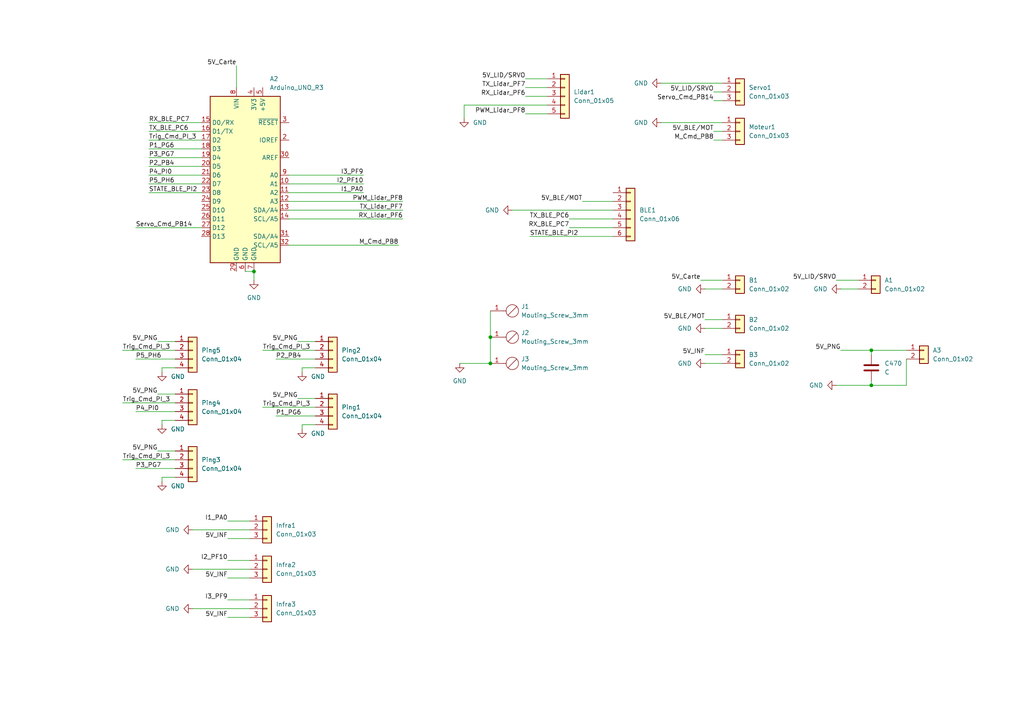
<source format=kicad_sch>
(kicad_sch (version 20211123) (generator eeschema)
  (paper "A4")
  (lib_symbols
    (symbol "Connector_Generic:Conn_01x02" (pin_names (offset 1.016) hide)
      (property "Reference" "J" (at 0 2.54 0))
      (property "Value" "Conn_01x02" (at 0 -5.08 0))
      (symbol "Conn_01x02_1_1"
        (rectangle (start -1.27 -2.413) (end 0 -2.667) (stroke (width 0.1524)))
        (rectangle (start -1.27 0.127) (end 0 -0.127) (stroke (width 0.1524)))
        (rectangle (start -1.27 1.27) (end 1.27 -3.81) (stroke (width 0.254)) (fill (type background)))
        (pin passive line (at -5.08 0 0) (length 3.81) (name "Pin_1") (number "1"))
        (pin passive line (at -5.08 -2.54 0) (length 3.81) (name "Pin_2") (number "2"))
      )
    )
    (symbol "Connector_Generic:Conn_01x03" (pin_names (offset 1.016) hide)
      (property "Reference" "J" (at 0 5.08 0))
      (property "Value" "Conn_01x03" (at 0 -5.08 0))
      (symbol "Conn_01x03_1_1"
        (rectangle (start -1.27 -2.413) (end 0 -2.667) (stroke (width 0.1524)))
        (rectangle (start -1.27 0.127) (end 0 -0.127) (stroke (width 0.1524)))
        (rectangle (start -1.27 2.667) (end 0 2.413) (stroke (width 0.1524)))
        (rectangle (start -1.27 3.81) (end 1.27 -3.81) (stroke (width 0.254)) (fill (type background)))
        (pin passive line (at -5.08 2.54 0) (length 3.81) (name "Pin_1") (number "1"))
        (pin passive line (at -5.08 0 0) (length 3.81) (name "Pin_2") (number "2"))
        (pin passive line (at -5.08 -2.54 0) (length 3.81) (name "Pin_3") (number "3"))
      )
    )
    (symbol "Connector_Generic:Conn_01x04" (pin_names (offset 1.016) hide)
      (property "Reference" "J" (at 0 5.08 0))
      (property "Value" "Conn_01x04" (at 0 -7.62 0))
      (symbol "Conn_01x04_1_1"
        (rectangle (start -1.27 -4.953) (end 0 -5.207) (stroke (width 0.1524)))
        (rectangle (start -1.27 -2.413) (end 0 -2.667) (stroke (width 0.1524)))
        (rectangle (start -1.27 0.127) (end 0 -0.127) (stroke (width 0.1524)))
        (rectangle (start -1.27 2.667) (end 0 2.413) (stroke (width 0.1524)))
        (rectangle (start -1.27 3.81) (end 1.27 -6.35) (stroke (width 0.254)) (fill (type background)))
        (pin passive line (at -5.08 2.54 0) (length 3.81) (name "Pin_1") (number "1"))
        (pin passive line (at -5.08 0 0) (length 3.81) (name "Pin_2") (number "2"))
        (pin passive line (at -5.08 -2.54 0) (length 3.81) (name "Pin_3") (number "3"))
        (pin passive line (at -5.08 -5.08 0) (length 3.81) (name "Pin_4") (number "4"))
      )
    )
    (symbol "Connector_Generic:Conn_01x05" (pin_names (offset 1.016) hide)
      (property "Reference" "J" (at 0 7.62 0))
      (property "Value" "Conn_01x05" (at 0 -7.62 0))
      (symbol "Conn_01x05_1_1"
        (rectangle (start -1.27 -4.953) (end 0 -5.207) (stroke (width 0.1524)))
        (rectangle (start -1.27 -2.413) (end 0 -2.667) (stroke (width 0.1524)))
        (rectangle (start -1.27 0.127) (end 0 -0.127) (stroke (width 0.1524)))
        (rectangle (start -1.27 2.667) (end 0 2.413) (stroke (width 0.1524)))
        (rectangle (start -1.27 5.207) (end 0 4.953) (stroke (width 0.1524)))
        (rectangle (start -1.27 6.35) (end 1.27 -6.35) (stroke (width 0.254)) (fill (type background)))
        (pin passive line (at -5.08 5.08 0) (length 3.81) (name "Pin_1") (number "1"))
        (pin passive line (at -5.08 2.54 0) (length 3.81) (name "Pin_2") (number "2"))
        (pin passive line (at -5.08 0 0) (length 3.81) (name "Pin_3") (number "3"))
        (pin passive line (at -5.08 -2.54 0) (length 3.81) (name "Pin_4") (number "4"))
        (pin passive line (at -5.08 -5.08 0) (length 3.81) (name "Pin_5") (number "5"))
      )
    )
    (symbol "Connector_Generic:Conn_01x06" (pin_names (offset 1.016) hide)
      (property "Reference" "J" (at 0 7.62 0))
      (property "Value" "Conn_01x06" (at 0 -10.16 0))
      (symbol "Conn_01x06_1_1"
        (rectangle (start -1.27 -7.493) (end 0 -7.747) (stroke (width 0.1524)))
        (rectangle (start -1.27 -4.953) (end 0 -5.207) (stroke (width 0.1524)))
        (rectangle (start -1.27 -2.413) (end 0 -2.667) (stroke (width 0.1524)))
        (rectangle (start -1.27 0.127) (end 0 -0.127) (stroke (width 0.1524)))
        (rectangle (start -1.27 2.667) (end 0 2.413) (stroke (width 0.1524)))
        (rectangle (start -1.27 5.207) (end 0 4.953) (stroke (width 0.1524)))
        (rectangle (start -1.27 6.35) (end 1.27 -8.89) (stroke (width 0.254)) (fill (type background)))
        (pin passive line (at -5.08 5.08 0) (length 3.81) (name "Pin_1") (number "1"))
        (pin passive line (at -5.08 2.54 0) (length 3.81) (name "Pin_2") (number "2"))
        (pin passive line (at -5.08 0 0) (length 3.81) (name "Pin_3") (number "3"))
        (pin passive line (at -5.08 -2.54 0) (length 3.81) (name "Pin_4") (number "4"))
        (pin passive line (at -5.08 -5.08 0) (length 3.81) (name "Pin_5") (number "5"))
        (pin passive line (at -5.08 -7.62 0) (length 3.81) (name "Pin_6") (number "6"))
      )
    )
    (symbol "MCU_Module:Arduino_UNO_R3"
      (property "Reference" "A" (at -10.16 23.495 0))
      (property "Value" "Arduino_UNO_R3" (at 5.08 -26.67 0))
      (symbol "Arduino_UNO_R3_0_1"
        (rectangle (start -10.16 22.86) (end 10.16 -25.4) (stroke (width 0.254)) (fill (type background)))
      )
      (symbol "Arduino_UNO_R3_1_1"
        (pin no_connect line (at -10.16 -20.32 0) (length 2.54) hide (name "NC") (number "1"))
        (pin bidirectional line (at 12.7 -2.54 180) (length 2.54) (name "A1") (number "10"))
        (pin bidirectional line (at 12.7 -5.08 180) (length 2.54) (name "A2") (number "11"))
        (pin bidirectional line (at 12.7 -7.62 180) (length 2.54) (name "A3") (number "12"))
        (pin bidirectional line (at 12.7 -10.16 180) (length 2.54) (name "SDA/A4") (number "13"))
        (pin bidirectional line (at 12.7 -12.7 180) (length 2.54) (name "SCL/A5") (number "14"))
        (pin bidirectional line (at -12.7 15.24 0) (length 2.54) (name "D0/RX") (number "15"))
        (pin bidirectional line (at -12.7 12.7 0) (length 2.54) (name "D1/TX") (number "16"))
        (pin bidirectional line (at -12.7 10.16 0) (length 2.54) (name "D2") (number "17"))
        (pin bidirectional line (at -12.7 7.62 0) (length 2.54) (name "D3") (number "18"))
        (pin bidirectional line (at -12.7 5.08 0) (length 2.54) (name "D4") (number "19"))
        (pin output line (at 12.7 10.16 180) (length 2.54) (name "IOREF") (number "2"))
        (pin bidirectional line (at -12.7 2.54 0) (length 2.54) (name "D5") (number "20"))
        (pin bidirectional line (at -12.7 0 0) (length 2.54) (name "D6") (number "21"))
        (pin bidirectional line (at -12.7 -2.54 0) (length 2.54) (name "D7") (number "22"))
        (pin bidirectional line (at -12.7 -5.08 0) (length 2.54) (name "D8") (number "23"))
        (pin bidirectional line (at -12.7 -7.62 0) (length 2.54) (name "D9") (number "24"))
        (pin bidirectional line (at -12.7 -10.16 0) (length 2.54) (name "D10") (number "25"))
        (pin bidirectional line (at -12.7 -12.7 0) (length 2.54) (name "D11") (number "26"))
        (pin bidirectional line (at -12.7 -15.24 0) (length 2.54) (name "D12") (number "27"))
        (pin bidirectional line (at -12.7 -17.78 0) (length 2.54) (name "D13") (number "28"))
        (pin power_in line (at -2.54 -27.94 90) (length 2.54) (name "GND") (number "29"))
        (pin input line (at 12.7 15.24 180) (length 2.54) (name "~{RESET}") (number "3"))
        (pin input line (at 12.7 5.08 180) (length 2.54) (name "AREF") (number "30"))
        (pin bidirectional line (at 12.7 -17.78 180) (length 2.54) (name "SDA/A4") (number "31"))
        (pin bidirectional line (at 12.7 -20.32 180) (length 2.54) (name "SCL/A5") (number "32"))
        (pin power_out line (at 2.54 25.4 270) (length 2.54) (name "3V3") (number "4"))
        (pin power_out line (at 5.08 25.4 270) (length 2.54) (name "+5V") (number "5"))
        (pin power_in line (at 0 -27.94 90) (length 2.54) (name "GND") (number "6"))
        (pin power_in line (at 2.54 -27.94 90) (length 2.54) (name "GND") (number "7"))
        (pin power_in line (at -2.54 25.4 270) (length 2.54) (name "VIN") (number "8"))
        (pin bidirectional line (at 12.7 0 180) (length 2.54) (name "A0") (number "9"))
      )
    )
    (symbol "SymbGamelGe2:C" (pin_numbers hide) (pin_names (offset 0.254))
      (property "Reference" "C" (at 0.635 2.54 0))
      (property "Value" "C" (at 0.635 -2.54 0))
      (symbol "C_0_1"
        (polyline (pts (xy -2.032 -0.762) (xy 2.032 -0.762)) (stroke (width 0.508)))
        (polyline (pts (xy -2.032 0.762) (xy 2.032 0.762)) (stroke (width 0.508)))
      )
      (symbol "C_1_1"
        (pin passive line (at 0 3.81 270) (length 2.794) (name "~") (number "1"))
        (pin passive line (at 0 -3.81 90) (length 2.794) (name "~") (number "2"))
      )
    )
    (symbol "SymbGamelGe2:Mouting_Screw_3mm" (pin_names (offset 1.016) hide)
      (property "Reference" "J" (at 0 2.54 0))
      (property "Value" "Mouting_Screw_3mm" (at 1.27 -2.54 0))
      (symbol "Mouting_Screw_3mm_0_1"
        (polyline (pts (xy 0 -1.27) (xy 2.54 1.27)))
        (circle (center 1.27 0) (radius 1.8034))
      )
      (symbol "Mouting_Screw_3mm_1_1"
        (polyline (pts (xy -1.27 0) (xy -0.508 0)) (stroke (width 0.1524)))
        (pin passive line (at -5.08 0 0) (length 3.81) (name "Pin_1") (number "1"))
      )
    )
    (symbol "power:GND" (power) (pin_names (offset 0))
      (property "Value" "GND" (at 0 -3.81 0))
      (symbol "GND_0_1"
        (polyline (pts (xy 0 0) (xy 0 -1.27) (xy 1.27 -1.27) (xy 0 -2.54) (xy -1.27 -1.27) (xy 0 -1.27)))
      )
      (symbol "GND_1_1"
        (pin power_in line (at 0 0 270) (length 0) hide (name "GND") (number "1"))
      )
    )
  )
  (junction (at 142.24 105.41))
  (junction (at 252.73 101.6))
  (junction (at 252.73 111.76))
  (junction (at 142.24 97.79))
  (junction (at 73.66 78.74))
  (wire (pts (xy 83.82 55.88) (xy 105.41 55.88)))
  (wire (pts (xy 46.99 106.68) (xy 46.99 107.95)))
  (wire (pts (xy 243.84 101.6) (xy 252.73 101.6)))
  (wire (pts (xy 35.56 133.35) (xy 50.8 133.35)))
  (wire (pts (xy 134.62 30.48) (xy 134.62 34.29)))
  (wire (pts (xy 83.82 58.42) (xy 116.84 58.42)))
  (wire (pts (xy 39.37 104.14) (xy 50.8 104.14)))
  (wire (pts (xy 86.36 99.06) (xy 91.44 99.06)))
  (wire (pts (xy 39.37 66.04) (xy 58.42 66.04)))
  (wire (pts (xy 73.66 81.28) (xy 73.66 78.74)))
  (wire (pts (xy 91.44 123.19) (xy 87.63 123.19)))
  (wire (pts (xy 43.18 43.18) (xy 58.42 43.18)))
  (wire (pts (xy 50.8 121.92) (xy 46.99 121.92)))
  (wire (pts (xy 43.18 40.64) (xy 58.42 40.64)))
  (wire (pts (xy 91.44 106.68) (xy 87.63 106.68)))
  (wire (pts (xy 204.47 95.25) (xy 209.55 95.25)))
  (wire (pts (xy 43.18 38.1) (xy 58.42 38.1)))
  (wire (pts (xy 43.18 50.8) (xy 58.42 50.8)))
  (wire (pts (xy 39.37 135.89) (xy 50.8 135.89)))
  (wire (pts (xy 158.75 30.48) (xy 134.62 30.48)))
  (wire (pts (xy 207.01 38.1) (xy 209.55 38.1)))
  (wire (pts (xy 204.47 105.41) (xy 209.55 105.41)))
  (wire (pts (xy 243.84 83.82) (xy 248.92 83.82)))
  (wire (pts (xy 45.72 114.3) (xy 50.8 114.3)))
  (wire (pts (xy 83.82 53.34) (xy 105.41 53.34)))
  (wire (pts (xy 45.72 130.81) (xy 50.8 130.81)))
  (wire (pts (xy 142.24 90.17) (xy 142.24 97.79)))
  (wire (pts (xy 191.77 35.56) (xy 209.55 35.56)))
  (wire (pts (xy 76.2 118.11) (xy 91.44 118.11)))
  (wire (pts (xy 165.1 63.5) (xy 177.8 63.5)))
  (wire (pts (xy 152.4 25.4) (xy 158.75 25.4)))
  (wire (pts (xy 252.73 111.76) (xy 262.89 111.76)))
  (wire (pts (xy 72.39 165.1) (xy 55.88 165.1)))
  (wire (pts (xy 87.63 123.19) (xy 87.63 124.46)))
  (wire (pts (xy 72.39 153.67) (xy 55.88 153.67)))
  (wire (pts (xy 152.4 27.94) (xy 158.75 27.94)))
  (wire (pts (xy 43.18 35.56) (xy 58.42 35.56)))
  (wire (pts (xy 66.04 167.64) (xy 72.39 167.64)))
  (wire (pts (xy 168.91 58.42) (xy 177.8 58.42)))
  (wire (pts (xy 142.24 97.79) (xy 142.24 105.41)))
  (wire (pts (xy 66.04 173.99) (xy 72.39 173.99)))
  (wire (pts (xy 66.04 156.21) (xy 72.39 156.21)))
  (wire (pts (xy 152.4 33.02) (xy 158.75 33.02)))
  (wire (pts (xy 43.18 45.72) (xy 58.42 45.72)))
  (wire (pts (xy 191.77 24.13) (xy 209.55 24.13)))
  (wire (pts (xy 242.57 111.76) (xy 252.73 111.76)))
  (wire (pts (xy 76.2 101.6) (xy 91.44 101.6)))
  (wire (pts (xy 242.57 81.28) (xy 248.92 81.28)))
  (wire (pts (xy 68.58 19.05) (xy 68.58 25.4)))
  (wire (pts (xy 45.72 99.06) (xy 50.8 99.06)))
  (wire (pts (xy 50.8 138.43) (xy 46.99 138.43)))
  (wire (pts (xy 204.47 83.82) (xy 209.55 83.82)))
  (wire (pts (xy 46.99 121.92) (xy 46.99 123.19)))
  (wire (pts (xy 83.82 50.8) (xy 105.41 50.8)))
  (wire (pts (xy 207.01 29.21) (xy 209.55 29.21)))
  (wire (pts (xy 66.04 151.13) (xy 72.39 151.13)))
  (wire (pts (xy 66.04 162.56) (xy 72.39 162.56)))
  (wire (pts (xy 43.18 48.26) (xy 58.42 48.26)))
  (wire (pts (xy 43.18 55.88) (xy 58.42 55.88)))
  (wire (pts (xy 50.8 106.68) (xy 46.99 106.68)))
  (wire (pts (xy 204.47 92.71) (xy 209.55 92.71)))
  (wire (pts (xy 83.82 71.12) (xy 115.57 71.12)))
  (wire (pts (xy 204.47 102.87) (xy 209.55 102.87)))
  (wire (pts (xy 35.56 116.84) (xy 50.8 116.84)))
  (wire (pts (xy 153.67 68.58) (xy 177.8 68.58)))
  (wire (pts (xy 252.73 101.6) (xy 252.73 102.87)))
  (wire (pts (xy 252.73 110.49) (xy 252.73 111.76)))
  (wire (pts (xy 35.56 101.6) (xy 50.8 101.6)))
  (wire (pts (xy 66.04 179.07) (xy 72.39 179.07)))
  (wire (pts (xy 86.36 115.57) (xy 91.44 115.57)))
  (wire (pts (xy 262.89 104.14) (xy 262.89 111.76)))
  (wire (pts (xy 207.01 26.67) (xy 209.55 26.67)))
  (wire (pts (xy 207.01 40.64) (xy 209.55 40.64)))
  (wire (pts (xy 165.1 66.04) (xy 177.8 66.04)))
  (wire (pts (xy 133.35 105.41) (xy 142.24 105.41)))
  (wire (pts (xy 80.01 104.14) (xy 91.44 104.14)))
  (wire (pts (xy 71.12 78.74) (xy 73.66 78.74)))
  (wire (pts (xy 46.99 138.43) (xy 46.99 139.7)))
  (wire (pts (xy 203.2 81.28) (xy 209.55 81.28)))
  (wire (pts (xy 87.63 106.68) (xy 87.63 107.95)))
  (wire (pts (xy 252.73 101.6) (xy 262.89 101.6)))
  (wire (pts (xy 80.01 120.65) (xy 91.44 120.65)))
  (wire (pts (xy 72.39 176.53) (xy 55.88 176.53)))
  (wire (pts (xy 83.82 63.5) (xy 116.84 63.5)))
  (wire (pts (xy 43.18 53.34) (xy 58.42 53.34)))
  (wire (pts (xy 148.59 60.96) (xy 177.8 60.96)))
  (wire (pts (xy 83.82 60.96) (xy 116.84 60.96)))
  (wire (pts (xy 39.37 119.38) (xy 50.8 119.38)))
  (wire (pts (xy 152.4 22.86) (xy 158.75 22.86)))
  (label "5V_BLE{slash}MOT" (at 207.01 38.1 180))
  (label "P3_PG7" (at 43.18 45.72 0))
  (label "Servo_Cmd_PB14" (at 207.01 29.21 180))
  (label "Trig_Cmd_PI_3" (at 43.18 40.64 0))
  (label "TX_BLE_PC6" (at 165.1 63.5 180))
  (label "P1_PG6" (at 43.18 43.18 0))
  (label "I3_PF9" (at 66.04 173.99 180))
  (label "5V_LID{slash}SRVO" (at 152.4 22.86 180))
  (label "P4_PI0" (at 39.37 119.38 0))
  (label "RX_Lidar_PF6" (at 152.4 27.94 180))
  (label "Trig_Cmd_PI_3" (at 76.2 118.11 0))
  (label "P2_PB4" (at 43.18 48.26 0))
  (label "P5_PH6" (at 39.37 104.14 0))
  (label "TX_Lidar_PF7" (at 116.84 60.96 180))
  (label "5V_BLE{slash}MOT" (at 204.47 92.71 180))
  (label "5V_PNG" (at 86.36 115.57 180))
  (label "5V_PNG" (at 45.72 99.06 180))
  (label "PWM_Lidar_PF8" (at 152.4 33.02 180))
  (label "I1_PA0" (at 105.41 55.88 180))
  (label "P3_PG7" (at 39.37 135.89 0))
  (label "5V_PNG" (at 45.72 130.81 180))
  (label "STATE_BLE_PI2" (at 43.18 55.88 0))
  (label "5V_Carte" (at 203.2 81.28 180))
  (label "5V_PNG" (at 45.72 114.3 180))
  (label "Servo_Cmd_PB14" (at 39.37 66.04 0))
  (label "5V_INF" (at 204.47 102.87 180))
  (label "Trig_Cmd_PI_3" (at 35.56 133.35 0))
  (label "RX_BLE_PC7" (at 165.1 66.04 180))
  (label "I3_PF9" (at 105.41 50.8 180))
  (label "M_Cmd_PB8" (at 207.01 40.64 180))
  (label "Trig_Cmd_PI_3" (at 76.2 101.6 0))
  (label "P2_PB4" (at 80.01 104.14 0))
  (label "5V_INF" (at 66.04 167.64 180))
  (label "Trig_Cmd_PI_3" (at 35.56 101.6 0))
  (label "Trig_Cmd_PI_3" (at 35.56 116.84 0))
  (label "P4_PI0" (at 43.18 50.8 0))
  (label "TX_Lidar_PF7" (at 152.4 25.4 180))
  (label "RX_Lidar_PF6" (at 116.84 63.5 180))
  (label "P5_PH6" (at 43.18 53.34 0))
  (label "5V_INF" (at 66.04 179.07 180))
  (label "5V_INF" (at 66.04 156.21 180))
  (label "P1_PG6" (at 80.01 120.65 0))
  (label "TX_BLE_PC6" (at 43.18 38.1 0))
  (label "STATE_BLE_PI2" (at 153.67 68.58 0))
  (label "5V_Carte" (at 68.58 19.05 180))
  (label "PWM_Lidar_PF8" (at 116.84 58.42 180))
  (label "5V_BLE{slash}MOT" (at 168.91 58.42 180))
  (label "5V_PNG" (at 243.84 101.6 180))
  (label "5V_LID{slash}SRVO" (at 242.57 81.28 180))
  (label "I1_PA0" (at 66.04 151.13 180))
  (label "I2_PF10" (at 105.41 53.34 180))
  (label "5V_LID{slash}SRVO" (at 207.01 26.67 180))
  (label "RX_BLE_PC7" (at 43.18 35.56 0))
  (label "5V_PNG" (at 86.36 99.06 180))
  (label "I2_PF10" (at 66.04 162.56 180))
  (label "M_Cmd_PB8" (at 115.57 71.12 180))
  (symbol (lib_id "power:GND") (at 87.63 124.46 0) (unit 1)
    (property "Reference" "#PWR0108" (effects hide))
    (property "Value" "GND" (at 90.17 125.7299 0) (effects (justify left)))
  )
  (symbol (lib_id "Connector_Generic:Conn_01x02") (at 214.63 81.28 0) (unit 1)
    (property "Reference" "B1" (at 217.17 81.2799 0) (effects (justify left)))
    (property "Value" "Conn_01x02" (at 217.17 83.8199 0) (effects (justify left)))
    (property "Footprint" "Connector_PinHeader_2.54mm:PinHeader_1x02_P2.54mm_Vertical" (effects hide))
  )
  (symbol (lib_id "Connector_Generic:Conn_01x04") (at 55.88 101.6 0) (unit 1)
    (property "Reference" "Ping5" (at 58.42 101.5999 0) (effects (justify left)))
    (property "Value" "Conn_01x04" (at 58.42 104.1399 0) (effects (justify left)))
    (property "Footprint" "Connector_PinHeader_2.54mm:PinHeader_1x04_P2.54mm_Vertical" (effects hide))
  )
  (symbol (lib_id "power:GND") (at 134.62 34.29 0) (unit 1)
    (property "Reference" "#PWR0101" (effects hide))
    (property "Value" "GND" (at 137.16 35.5599 0) (effects (justify left)))
  )
  (symbol (lib_id "Connector_Generic:Conn_01x02") (at 214.63 102.87 0) (unit 1)
    (property "Reference" "B3" (at 217.17 102.8699 0) (effects (justify left)))
    (property "Value" "Conn_01x02" (at 217.17 105.4099 0) (effects (justify left)))
    (property "Footprint" "Connector_PinHeader_2.54mm:PinHeader_1x02_P2.54mm_Vertical" (effects hide))
  )
  (symbol (lib_id "power:GND") (at 204.47 105.41 270) (unit 1)
    (property "Reference" "#PWR0115" (effects hide))
    (property "Value" "GND" (at 200.66 105.4099 90) (effects (justify right)))
  )
  (symbol (lib_id "power:GND") (at 46.99 123.19 0) (unit 1)
    (property "Reference" "#PWR0104" (effects hide))
    (property "Value" "GND" (at 49.53 124.4599 0) (effects (justify left)))
  )
  (symbol (lib_id "power:GND") (at 204.47 83.82 270) (unit 1)
    (property "Reference" "#PWR0113" (effects hide))
    (property "Value" "GND" (at 200.66 83.8199 90) (effects (justify right)))
  )
  (symbol (lib_id "Connector_Generic:Conn_01x03") (at 77.47 153.67 0) (unit 1)
    (property "Reference" "Infra1" (at 80.01 152.3999 0) (effects (justify left)))
    (property "Value" "Conn_01x03" (at 80.01 154.9399 0) (effects (justify left)))
    (property "Footprint" "Connector_PinHeader_2.54mm:PinHeader_1x03_P2.54mm_Vertical" (effects hide))
  )
  (symbol (lib_id "Connector_Generic:Conn_01x04") (at 55.88 116.84 0) (unit 1)
    (property "Reference" "Ping4" (at 58.42 116.8399 0) (effects (justify left)))
    (property "Value" "Conn_01x04" (at 58.42 119.3799 0) (effects (justify left)))
    (property "Footprint" "Connector_PinHeader_2.54mm:PinHeader_1x04_P2.54mm_Vertical" (effects hide))
  )
  (symbol (lib_id "SymbGamelGe2:Mouting_Screw_3mm") (at 147.32 97.79 0) (unit 1)
    (property "Reference" "J2" (at 151.13 96.5199 0) (effects (justify left)))
    (property "Value" "Mouting_Screw_3mm" (at 151.13 99.0599 0) (effects (justify left)))
    (property "Footprint" "FootprintGamelGe2:Mouting_Screw_3mm" (effects hide))
  )
  (symbol (lib_id "power:GND") (at 87.63 107.95 0) (unit 1)
    (property "Reference" "#PWR0106" (effects hide))
    (property "Value" "GND" (at 90.17 109.2199 0) (effects (justify left)))
  )
  (symbol (lib_id "Connector_Generic:Conn_01x03") (at 77.47 176.53 0) (unit 1)
    (property "Reference" "Infra3" (at 80.01 175.2599 0) (effects (justify left)))
    (property "Value" "Conn_01x03" (at 80.01 177.7999 0) (effects (justify left)))
    (property "Footprint" "Connector_PinHeader_2.54mm:PinHeader_1x03_P2.54mm_Vertical" (effects hide))
  )
  (symbol (lib_id "SymbGamelGe2:C") (at 252.73 106.68 0) (unit 1)
    (property "Reference" "C470" (at 256.54 105.4099 0) (effects (justify left)))
    (property "Value" "C" (at 256.54 107.9499 0) (effects (justify left)))
    (property "Footprint" "FootprintGamelGe2:C_Rect_L7.0mm_W2.5mm_P5.00mm" (effects hide))
  )
  (symbol (lib_id "power:GND") (at 148.59 60.96 270) (unit 1)
    (property "Reference" "#PWR0102" (effects hide))
    (property "Value" "GND" (at 144.78 60.9599 90) (effects (justify right)))
  )
  (symbol (lib_id "Connector_Generic:Conn_01x03") (at 214.63 38.1 0) (unit 1)
    (property "Reference" "Moteur1" (at 217.17 36.8299 0) (effects (justify left)))
    (property "Value" "Conn_01x03" (at 217.17 39.3699 0) (effects (justify left)))
    (property "Footprint" "Connector_PinHeader_2.54mm:PinHeader_1x03_P2.54mm_Vertical" (effects hide))
  )
  (symbol (lib_id "SymbGamelGe2:Mouting_Screw_3mm") (at 147.32 105.41 0) (unit 1)
    (property "Reference" "J3" (at 151.13 104.1399 0) (effects (justify left)))
    (property "Value" "Mouting_Screw_3mm" (at 151.13 106.6799 0) (effects (justify left)))
    (property "Footprint" "FootprintGamelGe2:Mouting_Screw_3mm" (effects hide))
  )
  (symbol (lib_id "Connector_Generic:Conn_01x06") (at 182.88 60.96 0) (unit 1)
    (property "Reference" "BLE1" (at 185.42 60.9599 0) (effects (justify left)))
    (property "Value" "Conn_01x06" (at 185.42 63.4999 0) (effects (justify left)))
    (property "Footprint" "Connector_PinHeader_2.54mm:PinHeader_1x06_P2.54mm_Vertical" (effects hide))
  )
  (symbol (lib_id "power:GND") (at 46.99 107.95 0) (unit 1)
    (property "Reference" "#PWR0107" (effects hide))
    (property "Value" "GND" (at 49.53 109.2199 0) (effects (justify left)))
  )
  (symbol (lib_id "power:GND") (at 191.77 35.56 270) (unit 1)
    (property "Reference" "#PWR0118" (effects hide))
    (property "Value" "GND" (at 187.96 35.5599 90) (effects (justify right)))
  )
  (symbol (lib_id "Connector_Generic:Conn_01x04") (at 96.52 101.6 0) (unit 1)
    (property "Reference" "Ping2" (at 99.06 101.5999 0) (effects (justify left)))
    (property "Value" "Conn_01x04" (at 99.06 104.1399 0) (effects (justify left)))
    (property "Footprint" "Connector_PinHeader_2.54mm:PinHeader_1x04_P2.54mm_Vertical" (effects hide))
  )
  (symbol (lib_id "power:GND") (at 73.66 81.28 0) (unit 1)
    (property "Reference" "#PWR0103" (effects hide))
    (property "Value" "GND" (at 73.66 86.36 0))
  )
  (symbol (lib_id "power:GND") (at 242.57 111.76 270) (unit 1)
    (property "Reference" "#PWR0112" (effects hide))
    (property "Value" "GND" (at 238.76 111.7599 90) (effects (justify right)))
  )
  (symbol (lib_id "power:GND") (at 55.88 165.1 270) (unit 1)
    (property "Reference" "#PWR0111" (effects hide))
    (property "Value" "GND" (at 52.07 165.0999 90) (effects (justify right)))
  )
  (symbol (lib_id "power:GND") (at 55.88 176.53 270) (unit 1)
    (property "Reference" "#PWR0110" (effects hide))
    (property "Value" "GND" (at 52.07 176.5299 90) (effects (justify right)))
  )
  (symbol (lib_id "Connector_Generic:Conn_01x03") (at 214.63 26.67 0) (unit 1)
    (property "Reference" "Servo1" (at 217.17 25.3999 0) (effects (justify left)))
    (property "Value" "Conn_01x03" (at 217.17 27.9399 0) (effects (justify left)))
    (property "Footprint" "Connector_PinHeader_2.54mm:PinHeader_1x03_P2.54mm_Vertical" (effects hide))
  )
  (symbol (lib_id "Connector_Generic:Conn_01x03") (at 77.47 165.1 0) (unit 1)
    (property "Reference" "Infra2" (at 80.01 163.8299 0) (effects (justify left)))
    (property "Value" "Conn_01x03" (at 80.01 166.3699 0) (effects (justify left)))
    (property "Footprint" "Connector_PinHeader_2.54mm:PinHeader_1x03_P2.54mm_Vertical" (effects hide))
  )
  (symbol (lib_id "Connector_Generic:Conn_01x02") (at 214.63 92.71 0) (unit 1)
    (property "Reference" "B2" (at 217.17 92.7099 0) (effects (justify left)))
    (property "Value" "Conn_01x02" (at 217.17 95.2499 0) (effects (justify left)))
    (property "Footprint" "Connector_PinHeader_2.54mm:PinHeader_1x02_P2.54mm_Vertical" (effects hide))
  )
  (symbol (lib_id "Connector_Generic:Conn_01x05") (at 163.83 27.94 0) (unit 1)
    (property "Reference" "Lidar1" (at 166.37 26.6699 0) (effects (justify left)))
    (property "Value" "Conn_01x05" (at 166.37 29.2099 0) (effects (justify left)))
    (property "Footprint" "Connector_PinHeader_2.54mm:PinHeader_1x05_P2.54mm_Vertical" (effects hide))
  )
  (symbol (lib_id "power:GND") (at 243.84 83.82 270) (unit 1)
    (property "Reference" "#PWR0116" (effects hide))
    (property "Value" "GND" (at 240.03 83.8199 90) (effects (justify right)))
  )
  (symbol (lib_id "Connector_Generic:Conn_01x02") (at 267.97 101.6 0) (unit 1)
    (property "Reference" "A3" (at 270.51 101.5999 0) (effects (justify left)))
    (property "Value" "Conn_01x02" (at 270.51 104.1399 0) (effects (justify left)))
    (property "Footprint" "Connector_PinHeader_2.54mm:PinHeader_1x02_P2.54mm_Vertical" (effects hide))
  )
  (symbol (lib_id "power:GND") (at 204.47 95.25 270) (unit 1)
    (property "Reference" "#PWR0114" (effects hide))
    (property "Value" "GND" (at 200.66 95.2499 90) (effects (justify right)))
  )
  (symbol (lib_id "Connector_Generic:Conn_01x04") (at 55.88 133.35 0) (unit 1)
    (property "Reference" "Ping3" (at 58.42 133.3499 0) (effects (justify left)))
    (property "Value" "Conn_01x04" (at 58.42 135.8899 0) (effects (justify left)))
    (property "Footprint" "Connector_PinHeader_2.54mm:PinHeader_1x04_P2.54mm_Vertical" (effects hide))
  )
  (symbol (lib_id "MCU_Module:Arduino_UNO_R3") (at 71.12 50.8 0) (unit 1)
    (property "Reference" "A2" (at 78.2194 22.86 0) (effects (justify left)))
    (property "Value" "Arduino_UNO_R3" (at 78.2194 25.4 0) (effects (justify left)))
    (property "Footprint" "Module:Arduino_UNO_R3" (effects hide))
    (property "Datasheet" "https://www.arduino.cc/en/Main/arduinoBoardUno" (effects hide))
  )
  (symbol (lib_id "power:GND") (at 55.88 153.67 270) (unit 1)
    (property "Reference" "#PWR0109" (effects hide))
    (property "Value" "GND" (at 52.07 153.6699 90) (effects (justify right)))
  )
  (symbol (lib_id "SymbGamelGe2:Mouting_Screw_3mm") (at 147.32 90.17 0) (unit 1)
    (property "Reference" "J1" (at 151.13 88.8999 0) (effects (justify left)))
    (property "Value" "Mouting_Screw_3mm" (at 151.13 91.4399 0) (effects (justify left)))
    (property "Footprint" "FootprintGamelGe2:Mouting_Screw_3mm" (effects hide))
  )
  (symbol (lib_id "power:GND") (at 133.35 105.41 0) (unit 1)
    (property "Reference" "#PWR0119" (effects hide))
    (property "Value" "GND" (at 133.35 110.49 0))
  )
  (symbol (lib_id "Connector_Generic:Conn_01x02") (at 254 81.28 0) (unit 1)
    (property "Reference" "A1" (at 256.54 81.2799 0) (effects (justify left)))
    (property "Value" "Conn_01x02" (at 256.54 83.8199 0) (effects (justify left)))
    (property "Footprint" "Connector_PinHeader_2.54mm:PinHeader_1x02_P2.54mm_Vertical" (effects hide))
  )
  (symbol (lib_id "power:GND") (at 191.77 24.13 270) (unit 1)
    (property "Reference" "#PWR0117" (effects hide))
    (property "Value" "GND" (at 187.96 24.1299 90) (effects (justify right)))
  )
  (symbol (lib_id "power:GND") (at 46.99 139.7 0) (unit 1)
    (property "Reference" "#PWR0105" (effects hide))
    (property "Value" "GND" (at 49.53 140.9699 0) (effects (justify left)))
  )
  (symbol (lib_id "Connector_Generic:Conn_01x04") (at 96.52 118.11 0) (unit 1)
    (property "Reference" "Ping1" (at 99.06 118.1099 0) (effects (justify left)))
    (property "Value" "Conn_01x04" (at 99.06 120.6499 0) (effects (justify left)))
    (property "Footprint" "Connector_PinHeader_2.54mm:PinHeader_1x04_P2.54mm_Vertical" (effects hide))
  )
)
</source>
